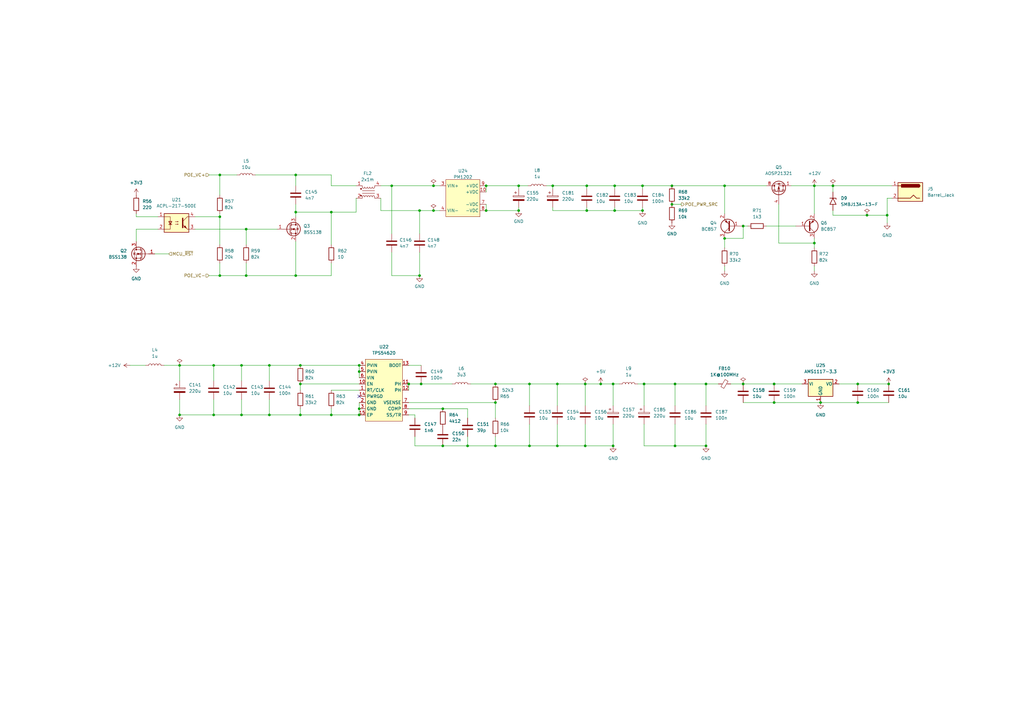
<source format=kicad_sch>
(kicad_sch (version 20211123) (generator eeschema)
  (paper "A3")
  (title_block (title "Kirdy") (date "2022-07-03") (rev "r0.1") (company "M-Labs") (comment 1 "Alex Wong Tat Hang"))
  (lib_symbols
    (symbol "Connector:Barrel_Jack" (pin_names (offset 1.016))
      (property "Reference" "J" (at 0 5.334 0))
      (property "Value" "Barrel_Jack" (at 0 -5.08 0))
      (symbol "Barrel_Jack_1_1"
        (pin passive line (at 7.62 2.54 180) (length 2.54) (name "~") (number "1"))
        (pin passive line (at 7.62 -2.54 180) (length 2.54) (name "~") (number "2"))
      )
    )
    (symbol "Device:C" (pin_numbers hide) (pin_names (offset 0.254))
      (property "Reference" "C" (at 0.635 2.54 0))
      (property "Value" "C" (at 0.635 -2.54 0))
      (symbol "C_1_1"
        (pin passive line (at 0 3.81 270) (length 2.794) (name "~") (number "1"))
        (pin passive line (at 0 -3.81 90) (length 2.794) (name "~") (number "2"))
      )
    )
    (symbol "Device:C_Polarized" (pin_numbers hide) (pin_names (offset 0.254))
      (property "Reference" "C" (at 0.635 2.54 0))
      (property "Value" "C_Polarized" (at 0.635 -2.54 0))
      (symbol "C_Polarized_1_1"
        (pin passive line (at 0 3.81 270) (length 2.794) (name "~") (number "1"))
        (pin passive line (at 0 -3.81 90) (length 2.794) (name "~") (number "2"))
      )
    )
    (symbol "Device:FerriteBead_Small" (pin_numbers hide) (pin_names (offset 0))
      (property "Reference" "FB" (at 1.905 1.27 0))
      (property "Value" "FerriteBead_Small" (at 1.905 -1.27 0))
      (symbol "FerriteBead_Small_1_1"
        (pin passive line (at 0 2.54 270) (length 1.27) (name "~") (number "1"))
        (pin passive line (at 0 -2.54 90) (length 1.27) (name "~") (number "2"))
      )
    )
    (symbol "Device:Filter_EMI_LL_1423" (pin_names hide)
      (property "Reference" "FL" (at 0 4.445 0))
      (property "Value" "Filter_EMI_LL_1423" (at 0 -4.445 0))
      (symbol "Filter_EMI_LL_1423_1_1"
        (pin passive line (at -5.08 -2.54 0) (length 2.54) (name "1") (number "1"))
        (pin passive line (at -5.08 2.54 0) (length 2.54) (name "2") (number "2"))
        (pin passive line (at 5.08 2.54 180) (length 2.54) (name "3") (number "3"))
        (pin passive line (at 5.08 -2.54 180) (length 2.54) (name "4") (number "4"))
      )
    )
    (symbol "Device:L" (pin_numbers hide) (pin_names (offset 1.016) hide)
      (property "Reference" "L" (at -1.27 0 90))
      (property "Value" "L" (at 1.905 0 90))
      (symbol "L_1_1"
        (pin passive line (at 0 3.81 270) (length 1.27) (name "1") (number "1"))
        (pin passive line (at 0 -3.81 90) (length 1.27) (name "2") (number "2"))
      )
    )
    (symbol "Device:R" (pin_numbers hide) (pin_names (offset 0))
      (property "Reference" "R" (at 2.032 0 90))
      (property "Value" "R" (at 0 0 90))
      (symbol "R_1_1"
        (pin passive line (at 0 3.81 270) (length 1.27) (name "~") (number "1"))
        (pin passive line (at 0 -3.81 90) (length 1.27) (name "~") (number "2"))
      )
    )
    (symbol "Diode:SM6T15A" (pin_numbers hide) (pin_names (offset 1.016) hide)
      (property "Reference" "D" (at 0 2.54 0))
      (property "Value" "SM6T15A" (at 0 -2.54 0))
      (symbol "SM6T15A_1_1"
        (pin passive line (at -3.81 0 0) (length 2.54) (name "A1") (number "1"))
        (pin passive line (at 3.81 0 180) (length 2.54) (name "A2") (number "2"))
      )
    )
    (symbol "Isolator:SFH617A-2X009T"
      (property "Reference" "U" (at -3.81 5.08 0))
      (property "Value" "SFH617A-2X009T" (at 0 -5.08 0))
      (symbol "SFH617A-2X009T_1_1"
        (pin passive line (at -7.62 2.54 0) (length 2.54) (name "~") (number "1"))
        (pin passive line (at -7.62 -2.54 0) (length 2.54) (name "~") (number "2"))
        (pin passive line (at 7.62 -2.54 180) (length 2.54) (name "~") (number "3"))
        (pin passive line (at 7.62 2.54 180) (length 2.54) (name "~") (number "4"))
      )
    )
    (symbol "Regulator_Linear:AMS1117-3.3" (pin_names (offset 0.254))
      (property "Reference" "U" (at -3.81 3.175 0))
      (property "Value" "AMS1117-3.3" (at 0 3.175 0))
      (symbol "AMS1117-3.3_1_1"
        (pin power_in line (at 0 -7.62 90) (length 2.54) (name "GND") (number "1"))
        (pin power_out line (at 7.62 0 180) (length 2.54) (name "VO") (number "2"))
        (pin power_in line (at -7.62 0 0) (length 2.54) (name "VI") (number "3"))
      )
    )
    (symbol "Transistor_BJT:BC857" (pin_names (offset 0) hide)
      (property "Reference" "Q" (at 5.08 1.905 0))
      (property "Value" "BC857" (at 5.08 0 0))
      (symbol "BC857_1_1"
        (pin input line (at -5.08 0 0) (length 5.715) (name "B") (number "1"))
        (pin passive line (at 2.54 -5.08 90) (length 2.54) (name "E") (number "2"))
        (pin passive line (at 2.54 5.08 270) (length 2.54) (name "C") (number "3"))
      )
    )
    (symbol "Transistor_FET:BSS138" (pin_names hide)
      (property "Reference" "Q" (at 5.08 1.905 0))
      (property "Value" "BSS138" (at 5.08 0 0))
      (symbol "BSS138_1_1"
        (pin input line (at -5.08 0 0) (length 2.54) (name "G") (number "1"))
        (pin passive line (at 2.54 -5.08 90) (length 2.54) (name "S") (number "2"))
        (pin passive line (at 2.54 5.08 270) (length 2.54) (name "D") (number "3"))
      )
    )
    (symbol "Transistor_FET:FDS9435A" (pin_names hide)
      (property "Reference" "Q" (at 5.08 1.905 0))
      (property "Value" "FDS9435A" (at 5.08 0 0))
      (symbol "FDS9435A_1_1"
        (pin passive line (at 2.54 -5.08 90) (length 2.54) (name "S") (number "1"))
        (pin passive line (at 2.54 -5.08 90) (length 2.54) hide (name "S") (number "2"))
        (pin passive line (at 2.54 -5.08 90) (length 2.54) hide (name "S") (number "3"))
        (pin passive line (at -5.08 0 0) (length 2.54) (name "G") (number "4"))
        (pin passive line (at 2.54 5.08 270) (length 2.54) hide (name "D") (number "5"))
        (pin passive line (at 2.54 5.08 270) (length 2.54) hide (name "D") (number "6"))
        (pin passive line (at 2.54 5.08 270) (length 2.54) hide (name "D") (number "7"))
        (pin passive line (at 2.54 5.08 270) (length 2.54) (name "D") (number "8"))
      )
    )
    (symbol "kirdy:PM1202"
      (property "Reference" "U" (at 6.35 -6.35 0))
      (property "Value" "PM1202" (at -2.54 -6.35 0))
      (symbol "PM1202_0_0"
        (pin no_connect line (at -2.54 6.35 90) (length 2.54) hide (name "NC") (number "1"))
        (pin power_out line (at 10.16 5.08 180) (length 2.54) (name "+VDC") (number "10"))
        (pin no_connect line (at -0.635 5.715 90) (length 2.54) hide (name "NC") (number "2"))
        (pin power_in line (at -8.89 7.62 0) (length 2.54) (name "VIN+") (number "3"))
        (pin power_in line (at -8.89 -2.54 0) (length 2.54) (name "VIN-") (number "4"))
        (pin no_connect line (at 0.635 5.715 90) (length 2.54) hide (name "NC") (number "5"))
        (pin no_connect line (at 1.905 5.715 90) (length 2.54) hide (name "NC") (number "6"))
        (pin passive line (at 10.16 0 180) (length 2.54) (name "-VDC") (number "7"))
        (pin power_out line (at 10.16 -2.54 180) (length 2.54) (name "-VDC") (number "8"))
        (pin input line (at 10.16 7.62 180) (length 2.54) (name "+VDC") (number "9"))
      )
    )
    (symbol "kirdy:TPS54620"
      (property "Reference" "U" (at 0 -17.78 0))
      (property "Value" "TPS54620" (at 0 -15.24 0))
      (symbol "TPS54620_0_0"
        (pin input line (at -10.16 0 0) (length 2.54) (name "RT/CLK") (number "1"))
        (pin input line (at -10.16 2.54 0) (length 2.54) (name "EN") (number "10"))
        (pin power_out line (at 10.16 2.54 180) (length 2.54) (name "PH") (number "11"))
        (pin passive line (at 10.16 0 180) (length 2.54) (name "PH") (number "12"))
        (pin input line (at 10.16 10.16 180) (length 2.54) (name "BOOT") (number "13"))
        (pin output line (at -10.16 -2.54 0) (length 2.54) (name "PWRGD") (number "14"))
        (pin power_in line (at -10.16 -10.16 0) (length 2.54) (name "EP") (number "15"))
        (pin power_in line (at -10.16 -5.08 0) (length 2.54) (name "GND") (number "2"))
        (pin power_in line (at -10.16 -7.62 0) (length 2.54) (name "GND") (number "3"))
        (pin power_in line (at -10.16 10.16 0) (length 2.54) (name "PVIN") (number "4"))
        (pin power_in line (at -10.16 7.62 0) (length 2.54) (name "PVIN") (number "5"))
        (pin power_in line (at -10.16 5.08 0) (length 2.54) (name "VIN") (number "6"))
        (pin input line (at 10.16 -5.08 180) (length 2.54) (name "VSENSE") (number "7"))
        (pin output line (at 10.16 -7.62 180) (length 2.54) (name "COMP") (number "8"))
        (pin output line (at 10.16 -10.16 180) (length 2.54) (name "SS/TR") (number "9"))
      )
    )
    (symbol "power:+12V" (power) (pin_names (offset 0))
      (property "Value" "+12V" (at 0 3.556 0))
      (symbol "+12V_1_1"
        (pin power_in line (at 0 0 90) (length 0) hide (name "+12V") (number "1"))
      )
    )
    (symbol "power:+3V3" (power) (pin_names (offset 0))
      (property "Value" "+3V3" (at 0 3.556 0))
      (symbol "+3V3_1_1"
        (pin power_in line (at 0 0 90) (length 0) hide (name "+3V3") (number "1"))
      )
    )
    (symbol "power:+5V" (power) (pin_names (offset 0))
      (property "Value" "+5V" (at 0 3.556 0))
      (symbol "+5V_1_1"
        (pin power_in line (at 0 0 90) (length 0) hide (name "+5V") (number "1"))
      )
    )
    (symbol "power:GND" (power) (pin_names (offset 0))
      (property "Value" "GND" (at 0 -3.81 0))
      (symbol "GND_1_1"
        (pin power_in line (at 0 0 270) (length 0) hide (name "GND") (number "1"))
      )
    )
    (symbol "power:PWR_FLAG" (power) (pin_numbers hide) (pin_names (offset 0) hide)
      (property "Value" "PWR_FLAG" (at 0 3.81 0))
      (symbol "PWR_FLAG_0_0"
        (pin power_out line (at 0 0 90) (length 0) (name "pwr") (number "1"))
      )
    )
  )
  (junction (at 240.665 76.2))
  (junction (at 87.63 149.86))
  (junction (at 212.725 86.36))
  (junction (at 199.39 86.36))
  (junction (at 364.49 157.48))
  (junction (at 252.095 86.36))
  (junction (at 276.86 157.48))
  (junction (at 334.01 99.695))
  (junction (at 181.61 182.88))
  (junction (at 147.32 167.64))
  (junction (at 100.965 93.98))
  (junction (at 251.46 182.88))
  (junction (at 181.61 167.64))
  (junction (at 246.38 157.48))
  (junction (at 121.285 86.995))
  (junction (at 317.5 165.1))
  (junction (at 228.6 157.48))
  (junction (at 203.2 157.48))
  (junction (at 90.17 113.03))
  (junction (at 135.89 86.995))
  (junction (at 304.8 92.71))
  (junction (at 251.46 157.48))
  (junction (at 110.49 170.18))
  (junction (at 167.64 157.48))
  (junction (at 172.085 113.03))
  (junction (at 135.89 170.18))
  (junction (at 73.66 170.18))
  (junction (at 275.59 83.82))
  (junction (at 212.725 76.2))
  (junction (at 177.8 86.36))
  (junction (at 363.855 88.265))
  (junction (at 90.17 88.9))
  (junction (at 240.03 182.88))
  (junction (at 263.525 86.36))
  (junction (at 147.32 149.86))
  (junction (at 203.2 182.88))
  (junction (at 336.55 165.1))
  (junction (at 121.285 113.03))
  (junction (at 240.03 157.48))
  (junction (at 110.49 149.86))
  (junction (at 351.79 165.1))
  (junction (at 160.655 76.2))
  (junction (at 252.095 76.2))
  (junction (at 121.285 71.755))
  (junction (at 123.19 170.18))
  (junction (at 317.5 157.48))
  (junction (at 289.56 157.48))
  (junction (at 351.79 157.48))
  (junction (at 203.2 165.1))
  (junction (at 263.525 76.2))
  (junction (at 240.665 86.36))
  (junction (at 217.17 182.88))
  (junction (at 297.18 76.2))
  (junction (at 226.695 76.2))
  (junction (at 177.8 76.2))
  (junction (at 304.8 157.48))
  (junction (at 217.17 157.48))
  (junction (at 87.63 170.18))
  (junction (at 123.19 149.86))
  (junction (at 73.66 149.86))
  (junction (at 199.39 76.2))
  (junction (at 341.63 76.2))
  (junction (at 90.17 71.755))
  (junction (at 99.06 170.18))
  (junction (at 289.56 182.88))
  (junction (at 100.965 113.03))
  (junction (at 297.18 97.79))
  (junction (at 147.32 152.4))
  (junction (at 228.6 182.88))
  (junction (at 355.6 88.265))
  (junction (at 275.59 76.2))
  (junction (at 191.77 182.88))
  (junction (at 99.06 149.86))
  (junction (at 172.085 86.36))
  (junction (at 334.01 76.2))
  (junction (at 123.19 157.48))
  (junction (at 276.86 182.88))
  (junction (at 147.32 170.18))
  (junction (at 172.72 157.48))
  (junction (at 264.16 157.48))
  (no_connect (at 147.32 162.56))
  (wire (pts (xy 224.155 76.2) (xy 226.695 76.2)))
  (wire (pts (xy 104.775 71.755) (xy 121.285 71.755)))
  (wire (pts (xy 121.285 86.995) (xy 121.285 88.9)))
  (wire (pts (xy 135.89 167.64) (xy 135.89 170.18)))
  (wire (pts (xy 146.05 76.2) (xy 135.89 76.2)))
  (wire (pts (xy 263.525 77.47) (xy 263.525 76.2)))
  (wire (pts (xy 240.665 76.2) (xy 252.095 76.2)))
  (wire (pts (xy 87.63 149.86) (xy 99.06 149.86)))
  (wire (pts (xy 147.32 165.1) (xy 147.32 167.64)))
  (wire (pts (xy 80.01 93.98) (xy 100.965 93.98)))
  (wire (pts (xy 199.39 86.36) (xy 212.725 86.36)))
  (wire (pts (xy 110.49 149.86) (xy 123.19 149.86)))
  (wire (pts (xy 63.5 104.14) (xy 69.215 104.14)))
  (wire (pts (xy 160.655 113.03) (xy 172.085 113.03)))
  (wire (pts (xy 135.89 86.995) (xy 135.89 100.33)))
  (wire (pts (xy 99.06 163.83) (xy 99.06 170.18)))
  (wire (pts (xy 264.16 157.48) (xy 276.86 157.48)))
  (wire (pts (xy 146.05 81.28) (xy 146.05 86.995)))
  (wire (pts (xy 199.39 83.82) (xy 199.39 86.36)))
  (wire (pts (xy 172.085 103.505) (xy 172.085 113.03)))
  (wire (pts (xy 135.89 160.02) (xy 147.32 160.02)))
  (wire (pts (xy 228.6 182.88) (xy 240.03 182.88)))
  (wire (pts (xy 341.63 76.2) (xy 365.76 76.2)))
  (wire (pts (xy 99.06 170.18) (xy 110.49 170.18)))
  (wire (pts (xy 110.49 170.18) (xy 123.19 170.18)))
  (wire (pts (xy 156.21 86.36) (xy 172.085 86.36)))
  (wire (pts (xy 304.8 165.1) (xy 317.5 165.1)))
  (wire (pts (xy 170.18 179.07) (xy 170.18 182.88)))
  (wire (pts (xy 203.2 182.88) (xy 203.2 179.07)))
  (wire (pts (xy 181.61 167.64) (xy 191.77 167.64)))
  (wire (pts (xy 217.17 157.48) (xy 217.17 166.37)))
  (wire (pts (xy 53.34 149.86) (xy 59.69 149.86)))
  (wire (pts (xy 324.485 76.2) (xy 334.01 76.2)))
  (wire (pts (xy 177.8 76.2) (xy 180.34 76.2)))
  (wire (pts (xy 252.095 77.47) (xy 252.095 76.2)))
  (wire (pts (xy 147.32 149.86) (xy 147.32 152.4)))
  (wire (pts (xy 85.725 113.03) (xy 90.17 113.03)))
  (wire (pts (xy 80.01 88.9) (xy 90.17 88.9)))
  (wire (pts (xy 167.64 149.86) (xy 172.72 149.86)))
  (wire (pts (xy 123.19 157.48) (xy 123.19 160.02)))
  (wire (pts (xy 100.965 113.03) (xy 100.965 107.95)))
  (wire (pts (xy 123.19 167.64) (xy 123.19 170.18)))
  (wire (pts (xy 73.66 163.83) (xy 73.66 170.18)))
  (wire (pts (xy 240.03 157.48) (xy 240.03 166.37)))
  (wire (pts (xy 251.46 182.88) (xy 251.46 173.99)))
  (wire (pts (xy 121.285 86.995) (xy 135.89 86.995)))
  (wire (pts (xy 317.5 157.48) (xy 328.93 157.48)))
  (wire (pts (xy 276.86 157.48) (xy 289.56 157.48)))
  (wire (pts (xy 99.06 149.86) (xy 110.49 149.86)))
  (wire (pts (xy 177.8 86.36) (xy 180.34 86.36)))
  (wire (pts (xy 135.89 71.755) (xy 121.285 71.755)))
  (wire (pts (xy 167.64 165.1) (xy 203.2 165.1)))
  (wire (pts (xy 90.17 80.01) (xy 90.17 71.755)))
  (wire (pts (xy 289.56 173.99) (xy 289.56 182.88)))
  (wire (pts (xy 251.46 157.48) (xy 251.46 166.37)))
  (wire (pts (xy 334.01 76.2) (xy 334.01 87.63)))
  (wire (pts (xy 123.19 157.48) (xy 147.32 157.48)))
  (wire (pts (xy 135.89 113.03) (xy 121.285 113.03)))
  (wire (pts (xy 363.855 81.28) (xy 365.76 81.28)))
  (wire (pts (xy 341.63 86.36) (xy 341.63 88.265)))
  (wire (pts (xy 87.63 170.18) (xy 99.06 170.18)))
  (wire (pts (xy 135.89 170.18) (xy 147.32 170.18)))
  (wire (pts (xy 90.17 113.03) (xy 100.965 113.03)))
  (wire (pts (xy 351.79 157.48) (xy 364.49 157.48)))
  (wire (pts (xy 135.89 107.95) (xy 135.89 113.03)))
  (wire (pts (xy 212.725 76.2) (xy 212.725 77.47)))
  (wire (pts (xy 123.19 149.86) (xy 147.32 149.86)))
  (wire (pts (xy 276.86 166.37) (xy 276.86 157.48)))
  (wire (pts (xy 263.525 76.2) (xy 275.59 76.2)))
  (wire (pts (xy 156.21 81.28) (xy 156.21 86.36)))
  (wire (pts (xy 276.86 182.88) (xy 289.56 182.88)))
  (wire (pts (xy 55.88 93.98) (xy 64.77 93.98)))
  (wire (pts (xy 73.66 156.21) (xy 73.66 149.86)))
  (wire (pts (xy 121.285 113.03) (xy 100.965 113.03)))
  (wire (pts (xy 217.17 157.48) (xy 228.6 157.48)))
  (wire (pts (xy 90.17 87.63) (xy 90.17 88.9)))
  (wire (pts (xy 90.17 71.755) (xy 97.155 71.755)))
  (wire (pts (xy 172.085 86.36) (xy 172.085 95.885)))
  (wire (pts (xy 226.695 76.2) (xy 240.665 76.2)))
  (wire (pts (xy 55.88 99.06) (xy 55.88 93.98)))
  (wire (pts (xy 263.525 85.09) (xy 263.525 86.36)))
  (wire (pts (xy 203.2 157.48) (xy 217.17 157.48)))
  (wire (pts (xy 344.17 157.48) (xy 351.79 157.48)))
  (wire (pts (xy 123.19 170.18) (xy 135.89 170.18)))
  (wire (pts (xy 170.18 182.88) (xy 181.61 182.88)))
  (wire (pts (xy 334.01 76.2) (xy 341.63 76.2)))
  (wire (pts (xy 341.63 76.2) (xy 341.63 78.74)))
  (wire (pts (xy 191.77 182.88) (xy 203.2 182.88)))
  (wire (pts (xy 172.72 157.48) (xy 185.42 157.48)))
  (wire (pts (xy 261.62 157.48) (xy 264.16 157.48)))
  (wire (pts (xy 121.285 71.755) (xy 121.285 76.2)))
  (wire (pts (xy 90.17 88.9) (xy 90.17 100.33)))
  (wire (pts (xy 110.49 163.83) (xy 110.49 170.18)))
  (wire (pts (xy 304.8 92.71) (xy 306.705 92.71)))
  (wire (pts (xy 216.535 76.2) (xy 212.725 76.2)))
  (wire (pts (xy 100.965 93.98) (xy 113.665 93.98)))
  (wire (pts (xy 55.88 87.63) (xy 55.88 88.9)))
  (wire (pts (xy 203.2 182.88) (xy 217.17 182.88)))
  (wire (pts (xy 254 157.48) (xy 251.46 157.48)))
  (wire (pts (xy 341.63 88.265) (xy 355.6 88.265)))
  (wire (pts (xy 297.18 97.79) (xy 297.18 101.6)))
  (wire (pts (xy 297.18 76.2) (xy 297.18 87.63)))
  (wire (pts (xy 100.965 93.98) (xy 100.965 100.33)))
  (wire (pts (xy 228.6 157.48) (xy 240.03 157.48)))
  (wire (pts (xy 264.16 182.88) (xy 264.16 173.99)))
  (wire (pts (xy 90.17 107.95) (xy 90.17 113.03)))
  (wire (pts (xy 252.095 85.09) (xy 252.095 86.36)))
  (wire (pts (xy 73.66 149.86) (xy 87.63 149.86)))
  (wire (pts (xy 319.405 83.82) (xy 319.405 99.695)))
  (wire (pts (xy 212.725 86.36) (xy 212.725 85.09)))
  (wire (pts (xy 160.655 103.505) (xy 160.655 113.03)))
  (wire (pts (xy 147.32 167.64) (xy 147.32 170.18)))
  (wire (pts (xy 299.72 157.48) (xy 304.8 157.48)))
  (wire (pts (xy 363.855 88.265) (xy 363.855 81.28)))
  (wire (pts (xy 252.095 76.2) (xy 263.525 76.2)))
  (wire (pts (xy 334.01 109.22) (xy 334.01 111.125)))
  (wire (pts (xy 297.18 109.22) (xy 297.18 111.125)))
  (wire (pts (xy 87.63 149.86) (xy 87.63 156.21)))
  (wire (pts (xy 199.39 76.2) (xy 199.39 78.74)))
  (wire (pts (xy 317.5 165.1) (xy 336.55 165.1)))
  (wire (pts (xy 203.2 171.45) (xy 203.2 165.1)))
  (wire (pts (xy 167.64 157.48) (xy 172.72 157.48)))
  (wire (pts (xy 147.32 152.4) (xy 147.32 154.94)))
  (wire (pts (xy 121.285 99.06) (xy 121.285 113.03)))
  (wire (pts (xy 170.18 170.18) (xy 170.18 171.45)))
  (wire (pts (xy 193.04 157.48) (xy 203.2 157.48)))
  (wire (pts (xy 297.18 97.79) (xy 304.8 97.79)))
  (wire (pts (xy 146.05 86.995) (xy 135.89 86.995)))
  (wire (pts (xy 252.095 86.36) (xy 263.525 86.36)))
  (wire (pts (xy 355.6 88.265) (xy 363.855 88.265)))
  (wire (pts (xy 275.59 83.82) (xy 279.4 83.82)))
  (wire (pts (xy 172.085 86.36) (xy 177.8 86.36)))
  (wire (pts (xy 226.695 77.47) (xy 226.695 76.2)))
  (wire (pts (xy 228.6 157.48) (xy 228.6 166.37)))
  (wire (pts (xy 264.16 182.88) (xy 276.86 182.88)))
  (wire (pts (xy 87.63 163.83) (xy 87.63 170.18)))
  (wire (pts (xy 191.77 182.88) (xy 191.77 179.07)))
  (wire (pts (xy 304.8 97.79) (xy 304.8 92.71)))
  (wire (pts (xy 240.03 173.99) (xy 240.03 182.88)))
  (wire (pts (xy 121.285 83.82) (xy 121.285 86.995)))
  (wire (pts (xy 217.17 173.99) (xy 217.17 182.88)))
  (wire (pts (xy 167.64 170.18) (xy 170.18 170.18)))
  (wire (pts (xy 240.665 77.47) (xy 240.665 76.2)))
  (wire (pts (xy 199.39 76.2) (xy 212.725 76.2)))
  (wire (pts (xy 246.38 157.48) (xy 251.46 157.48)))
  (wire (pts (xy 181.61 182.88) (xy 191.77 182.88)))
  (wire (pts (xy 226.695 86.36) (xy 240.665 86.36)))
  (wire (pts (xy 240.665 86.36) (xy 252.095 86.36)))
  (wire (pts (xy 73.66 170.18) (xy 87.63 170.18)))
  (wire (pts (xy 135.89 76.2) (xy 135.89 71.755)))
  (wire (pts (xy 240.665 85.09) (xy 240.665 86.36)))
  (wire (pts (xy 276.86 173.99) (xy 276.86 182.88)))
  (wire (pts (xy 67.31 149.86) (xy 73.66 149.86)))
  (wire (pts (xy 297.18 76.2) (xy 314.325 76.2)))
  (wire (pts (xy 228.6 173.99) (xy 228.6 182.88)))
  (wire (pts (xy 110.49 149.86) (xy 110.49 156.21)))
  (wire (pts (xy 264.16 166.37) (xy 264.16 157.48)))
  (wire (pts (xy 191.77 167.64) (xy 191.77 171.45)))
  (wire (pts (xy 240.03 182.88) (xy 251.46 182.88)))
  (wire (pts (xy 160.655 76.2) (xy 177.8 76.2)))
  (wire (pts (xy 334.01 99.695) (xy 334.01 101.6)))
  (wire (pts (xy 319.405 99.695) (xy 334.01 99.695)))
  (wire (pts (xy 226.695 86.36) (xy 226.695 85.09)))
  (wire (pts (xy 351.79 165.1) (xy 364.49 165.1)))
  (wire (pts (xy 167.64 167.64) (xy 181.61 167.64)))
  (wire (pts (xy 304.8 157.48) (xy 317.5 157.48)))
  (wire (pts (xy 314.325 92.71) (xy 326.39 92.71)))
  (wire (pts (xy 99.06 156.21) (xy 99.06 149.86)))
  (wire (pts (xy 289.56 157.48) (xy 294.64 157.48)))
  (wire (pts (xy 167.64 157.48) (xy 167.64 160.02)))
  (wire (pts (xy 85.725 71.755) (xy 90.17 71.755)))
  (wire (pts (xy 156.21 76.2) (xy 160.655 76.2)))
  (wire (pts (xy 55.88 88.9) (xy 64.77 88.9)))
  (wire (pts (xy 160.655 76.2) (xy 160.655 95.885)))
  (wire (pts (xy 334.01 97.79) (xy 334.01 99.695)))
  (wire (pts (xy 240.03 157.48) (xy 246.38 157.48)))
  (wire (pts (xy 217.17 182.88) (xy 228.6 182.88)))
  (wire (pts (xy 363.855 91.44) (xy 363.855 88.265)))
  (wire (pts (xy 275.59 76.2) (xy 297.18 76.2)))
  (wire (pts (xy 289.56 166.37) (xy 289.56 157.48)))
  (wire (pts (xy 336.55 165.1) (xy 351.79 165.1)))
  (hierarchical_label "POE_PWR_SRC" (shape output) (at 279.4 83.82 0))
  (hierarchical_label "POE_VC+" (shape input) (at 85.725 71.755 180))
  (hierarchical_label "POE_VC-" (shape input) (at 85.725 113.03 180))
  (hierarchical_label "MCU_~{RST}" (shape input) (at 69.215 104.14 0))
  (symbol (lib_id "Device:L") (at 189.23 157.48 90) (unit 1)
    (property "Reference" "L6" (at 189.23 151.13 90))
    (property "Value" "3u3" (at 189.23 153.67 90))
    (property "Footprint" "Inductor_SMD:L_Wuerth_MAPI-4020" (effects hide))
    (property "MFR_PN" "74438356033" (effects hide))
  )
  (symbol (lib_id "Device:C") (at 276.86 170.18 0) (unit 1)
    (property "Reference" "C186" (at 280.67 168.9099 0) (effects (justify left)))
    (property "Value" "10u" (at 280.67 171.4499 0) (effects (justify left)))
    (property "Footprint" "Capacitor_SMD:C_0805_2012Metric" (effects hide))
    (property "MFR_PN" "CL21B106KOQNNNG" (effects hide))
    (property "MFR_PN_ALT" "CL21B106KOQNNNE" (effects hide))
  )
  (symbol (lib_id "Device:C") (at 263.525 81.28 0) (unit 1)
    (property "Reference" "C184" (at 267.335 80.0099 0) (effects (justify left)))
    (property "Value" "100n" (at 267.335 82.5499 0) (effects (justify left)))
    (property "Footprint" "Capacitor_SMD:C_0603_1608Metric" (effects hide))
    (property "MFR_PN" "CL10B104KB8NNWC" (effects hide))
    (property "MFR_PN_ALT" "CL10B104KB8NNNL" (effects hide))
  )
  (symbol (lib_id "Transistor_FET:BSS138") (at 118.745 93.98 0) (unit 1)
    (property "Reference" "Q3" (at 124.46 92.7099 0) (effects (justify left)))
    (property "Value" "BSS138" (at 124.46 95.2499 0) (effects (justify left)))
    (property "Footprint" "Package_TO_SOT_SMD:SOT-23" (effects hide))
    (property "Datasheet" "https://www.onsemi.com/pub/Collateral/BSS138-D.PDF" (effects hide))
    (property "MFR_PN" "BSS138W-TP" (effects hide))
    (property "MFR_PN_ALT" "BSS138W-7-F" (effects hide))
  )
  (symbol (lib_id "Device:R") (at 90.17 104.14 0) (unit 1)
    (property "Reference" "R58" (at 92.075 102.8699 0) (effects (justify left)))
    (property "Value" "20k" (at 92.075 105.4099 0) (effects (justify left)))
    (property "Footprint" "Resistor_SMD:R_0603_1608Metric" (effects hide))
    (property "MFR_PN" "RMCF0603FT20K0" (effects hide))
    (property "MFR_PN_ALT" "RC0603FR-0720KL" (effects hide))
  )
  (symbol (lib_id "Device:L") (at 100.965 71.755 90) (unit 1)
    (property "Reference" "L5" (at 100.965 66.04 90))
    (property "Value" "10u" (at 100.965 68.58 90))
    (property "Footprint" "Inductor_SMD:L_Wuerth_WE-PD-Typ-LS" (effects hide))
    (property "MFR_PN" "74477110" (effects hide))
  )
  (symbol (lib_id "Device:C") (at 170.18 175.26 0) (unit 1)
    (property "Reference" "C147" (at 173.99 173.9899 0) (effects (justify left)))
    (property "Value" "1n6" (at 173.99 176.5299 0) (effects (justify left)))
    (property "Footprint" "Capacitor_SMD:C_0603_1608Metric" (effects hide))
    (property "MFR_PN" "GCM1885C1H162FA16D" (effects hide))
    (property "MFR_PN_ALT" "C0603C162J5GAC7867" (effects hide))
  )
  (symbol (lib_id "Device:C") (at 252.095 81.28 0) (unit 1)
    (property "Reference" "C183" (at 255.905 80.0099 0) (effects (justify left)))
    (property "Value" "10u" (at 255.905 82.5499 0) (effects (justify left)))
    (property "Footprint" "Capacitor_SMD:C_0805_2012Metric" (effects hide))
    (property "MFR_PN" "CL21B106KOQNNNG" (effects hide))
    (property "MFR_PN_ALT" "CL21B106KOQNNNE" (effects hide))
  )
  (symbol (lib_id "Device:C_Polarized") (at 264.16 170.18 0) (unit 1)
    (property "Reference" "C185" (at 267.97 168.0209 0) (effects (justify left)))
    (property "Value" "220u" (at 267.97 170.5609 0) (effects (justify left)))
    (property "Footprint" "Capacitor_Tantalum_SMD:CP_EIA-7343-15_Kemet-W" (effects hide))
    (property "MFR_PN" "T491D227K016AT" (effects hide))
    (property "MFR_PN_ALT" "293D227X9016E2TE3" (effects hide))
  )
  (symbol (lib_id "Isolator:SFH617A-2X009T") (at 72.39 91.44 0) (unit 1)
    (property "Reference" "U21" (at 72.39 81.915 0))
    (property "Value" "ACPL-217-500E" (at 72.39 84.455 0))
    (property "Footprint" "Package_DIP:SMDIP-4_W7.62mm" (effects hide))
    (property "Datasheet" "http://www.vishay.com/docs/83740/sfh617a.pdf" (effects hide))
    (property "MFR_PN" "EL3H7(C)(TA)-VG" (effects hide))
  )
  (symbol (lib_id "Device:C") (at 121.285 80.01 0) (unit 1)
    (property "Reference" "C145" (at 125.095 78.7399 0) (effects (justify left)))
    (property "Value" "4n7" (at 125.095 81.2799 0) (effects (justify left)))
    (property "Footprint" "Capacitor_SMD:C_1206_3216Metric" (effects hide))
    (property "MFR_PN" "12067C472KAT2A" (effects hide))
    (property "MFR_PN_ALT" "1206B472K501NT" (effects hide))
  )
  (symbol (lib_id "Device:C") (at 240.03 170.18 0) (unit 1)
    (property "Reference" "C156" (at 243.84 168.9099 0) (effects (justify left)))
    (property "Value" "10u" (at 243.84 171.4499 0) (effects (justify left)))
    (property "Footprint" "Capacitor_SMD:C_0805_2012Metric" (effects hide))
    (property "MFR_PN" "CL21B106KOQNNNG" (effects hide))
    (property "MFR_PN_ALT" "CL21B106KOQNNNE" (effects hide))
  )
  (symbol (lib_id "Device:R") (at 100.965 104.14 0) (unit 1)
    (property "Reference" "R59" (at 102.87 102.8699 0) (effects (justify left)))
    (property "Value" "82k" (at 102.87 105.4099 0) (effects (justify left)))
    (property "Footprint" "Resistor_SMD:R_0603_1608Metric" (effects hide))
    (property "MFR_PN" "CRGCQ0603F82K" (effects hide))
    (property "MFR_PN_ALT" "RMCF0603FT82K0" (effects hide))
  )
  (symbol (lib_id "power:GND") (at 172.085 113.03 0) (unit 1)
    (property "Reference" "#PWR0129" (effects hide))
    (property "Value" "GND" (at 172.085 117.475 0))
  )
  (symbol (lib_id "Device:C") (at 160.655 99.695 0) (unit 1)
    (property "Reference" "C146" (at 163.83 98.4249 0) (effects (justify left)))
    (property "Value" "4n7" (at 163.83 100.9649 0) (effects (justify left)))
    (property "Footprint" "Capacitor_SMD:C_1206_3216Metric" (effects hide))
    (property "MFR_PN" "12067C472KAT2A" (effects hide))
    (property "MFR_PN_ALT" "1206B472K501NT" (effects hide))
  )
  (symbol (lib_id "power:GND") (at 363.855 91.44 0) (unit 1)
    (property "Reference" "#PWR0140" (effects hide))
    (property "Value" "GND" (at 363.855 96.52 0))
  )
  (symbol (lib_id "Device:C_Polarized") (at 226.695 81.28 0) (unit 1)
    (property "Reference" "C181" (at 230.505 79.1209 0) (effects (justify left)))
    (property "Value" "220u" (at 230.505 81.6609 0) (effects (justify left)))
    (property "Footprint" "Capacitor_Tantalum_SMD:CP_EIA-7343-15_Kemet-W" (effects hide))
    (property "MFR_PN" "T491D227K016AT" (effects hide))
    (property "MFR_PN_ALT" "293D227X9016E2TE3" (effects hide))
  )
  (symbol (lib_id "power:GND") (at 334.01 111.125 0) (unit 1)
    (property "Reference" "#PWR0137" (effects hide))
    (property "Value" "GND" (at 334.01 116.205 0))
  )
  (symbol (lib_id "Device:R") (at 181.61 171.45 0) (unit 1)
    (property "Reference" "R64" (at 184.15 170.1799 0) (effects (justify left)))
    (property "Value" "4k12" (at 184.15 172.7199 0) (effects (justify left)))
    (property "Footprint" "Resistor_SMD:R_0603_1608Metric" (effects hide))
    (property "MFR_PN" "RMCF0603FT4K12" (effects hide))
    (property "MFR_PN_ALT" "RC0603FR-074K12L" (effects hide))
  )
  (symbol (lib_id "Device:C") (at 304.8 161.29 0) (unit 1)
    (property "Reference" "C158" (at 308.61 160.0199 0) (effects (justify left)))
    (property "Value" "10u" (at 308.61 162.5599 0) (effects (justify left)))
    (property "Footprint" "Capacitor_SMD:C_0805_2012Metric" (effects hide))
    (property "MFR_PN" "CL21B106KOQNNNG" (effects hide))
    (property "MFR_PN_ALT" "CL21B106KOQNNNE" (effects hide))
  )
  (symbol (lib_id "Device:C") (at 351.79 161.29 0) (unit 1)
    (property "Reference" "C160" (at 355.6 160.0199 0) (effects (justify left)))
    (property "Value" "100n" (at 355.6 162.5599 0) (effects (justify left)))
    (property "Footprint" "Capacitor_SMD:C_0603_1608Metric" (effects hide))
    (property "MFR_PN" "CL10B104KB8NNWC" (effects hide))
    (property "MFR_PN_ALT" "CL10B104KB8NNNL" (effects hide))
  )
  (symbol (lib_id "power:+12V") (at 334.01 76.2 0) (unit 1)
    (property "Reference" "#PWR0136" (effects hide))
    (property "Value" "+12V" (at 334.01 71.12 0))
  )
  (symbol (lib_id "power:PWR_FLAG") (at 304.8 157.48 0) (unit 1)
    (property "Reference" "#FLG0111" (effects hide))
    (property "Value" "PWR_FLAG" (effects hide))
  )
  (symbol (lib_id "power:GND") (at 297.18 111.125 0) (unit 1)
    (property "Reference" "#PWR0135" (effects hide))
    (property "Value" "GND" (at 297.18 116.205 0))
  )
  (symbol (lib_id "Device:C") (at 87.63 160.02 0) (unit 1)
    (property "Reference" "C142" (at 91.44 158.7499 0) (effects (justify left)))
    (property "Value" "10u" (at 91.44 161.2899 0) (effects (justify left)))
    (property "Footprint" "Capacitor_SMD:C_0805_2012Metric" (effects hide))
    (property "MFR_PN" "CL21B106KOQNNNG" (effects hide))
    (property "MFR_PN_ALT" "CL21B106KOQNNNE" (effects hide))
  )
  (symbol (lib_id "Device:R") (at 123.19 153.67 0) (unit 1)
    (property "Reference" "R60" (at 125.095 152.3999 0) (effects (justify left)))
    (property "Value" "82k" (at 125.095 154.9399 0) (effects (justify left)))
    (property "Footprint" "Resistor_SMD:R_0603_1608Metric" (effects hide))
    (property "MFR_PN" "CRGCQ0603F82K" (effects hide))
    (property "MFR_PN_ALT" "RMCF0603FT82K0" (effects hide))
  )
  (symbol (lib_id "Device:C_Polarized") (at 251.46 170.18 0) (unit 1)
    (property "Reference" "C157" (at 255.27 168.0209 0) (effects (justify left)))
    (property "Value" "220u" (at 255.27 170.5609 0) (effects (justify left)))
    (property "Footprint" "Capacitor_Tantalum_SMD:CP_EIA-7343-15_Kemet-W" (effects hide))
    (property "MFR_PN" "T491D227K016AT" (effects hide))
    (property "MFR_PN_ALT" "293D227X9016E2TE3" (effects hide))
  )
  (symbol (lib_id "kirdy:PM1202") (at 189.23 83.82 0) (unit 1)
    (property "Reference" "U24" (at 189.865 70.0872 0))
    (property "Value" "PM1202" (at 189.865 72.6241 0))
    (property "Footprint" "kirdy:PM1202" (effects hide))
  )
  (symbol (lib_id "Device:C") (at 172.72 153.67 0) (unit 1)
    (property "Reference" "C149" (at 176.53 152.3999 0) (effects (justify left)))
    (property "Value" "100n" (at 176.53 154.9399 0) (effects (justify left)))
    (property "Footprint" "Capacitor_SMD:C_0603_1608Metric" (effects hide))
    (property "MFR_PN" "CL10B104KB8NNWC" (effects hide))
    (property "MFR_PN_ALT" "CL10B104KB8NNNL" (effects hide))
  )
  (symbol (lib_id "Diode:SM6T15A") (at 341.63 82.55 270) (unit 1)
    (property "Reference" "D9" (at 344.805 81.2799 90) (effects (justify left)))
    (property "Value" "SMBJ13A-13-F" (at 344.805 83.8199 90) (effects (justify left)))
    (property "Footprint" "Diode_SMD:D_SMB" (effects hide))
    (property "Datasheet" "https://www.st.com/resource/en/datasheet/sm6t.pdf" (effects hide))
    (property "MFR_PN" "SMBJ13A-13-F" (effects hide))
    (property "MFR_PN_ALT" "P6SMB16A" (effects hide))
  )
  (symbol (lib_id "Device:C") (at 228.6 170.18 0) (unit 1)
    (property "Reference" "C154" (at 232.41 168.9099 0) (effects (justify left)))
    (property "Value" "10u" (at 232.41 171.4499 0) (effects (justify left)))
    (property "Footprint" "Capacitor_SMD:C_0805_2012Metric" (effects hide))
    (property "MFR_PN" "CL21B106KOQNNNG" (effects hide))
    (property "MFR_PN_ALT" "CL21B106KOQNNNE" (effects hide))
  )
  (symbol (lib_id "Device:R") (at 203.2 161.29 180) (unit 1)
    (property "Reference" "R65" (at 207.01 162.56 0))
    (property "Value" "52k3" (at 208.28 160.02 0))
    (property "Footprint" "Resistor_SMD:R_0603_1608Metric" (effects hide))
    (property "MFR_PN" "CR0603-FX-5232ELF" (effects hide))
    (property "MFR_PN_ALT" "ERJ-3EKF5232V" (effects hide))
  )
  (symbol (lib_id "Device:C") (at 191.77 175.26 0) (unit 1)
    (property "Reference" "C151" (at 195.58 173.9899 0) (effects (justify left)))
    (property "Value" "39p" (at 195.58 176.5299 0) (effects (justify left)))
    (property "Footprint" "Capacitor_SMD:C_0603_1608Metric" (effects hide))
    (property "MFR_PN" "0603N390J500CT" (effects hide))
    (property "MFR_PN_ALT" "CML0603C0G390JT50V" (effects hide))
  )
  (symbol (lib_id "power:+3V3") (at 55.88 80.01 0) (unit 1)
    (property "Reference" "#PWR0126" (effects hide))
    (property "Value" "+3V3" (at 55.88 74.93 0))
  )
  (symbol (lib_id "Device:R") (at 275.59 80.01 0) (unit 1)
    (property "Reference" "R68" (at 278.13 78.7399 0) (effects (justify left)))
    (property "Value" "33k2" (at 278.13 81.2799 0) (effects (justify left)))
    (property "Footprint" "Resistor_SMD:R_0603_1608Metric" (effects hide))
    (property "MFR_PN" "CR0603-FX-3322ELF" (effects hide))
    (property "MFR_PN_ALT" "RC0603FR-0733K2L" (effects hide))
  )
  (symbol (lib_id "power:GND") (at 73.66 170.18 0) (unit 1)
    (property "Reference" "#PWR0128" (effects hide))
    (property "Value" "GND" (at 73.66 175.26 0))
  )
  (symbol (lib_id "power:PWR_FLAG") (at 177.8 76.2 0) (unit 1)
    (property "Reference" "#FLG0115" (effects hide))
    (property "Value" "PWR_FLAG" (effects hide))
  )
  (symbol (lib_id "power:GND") (at 55.88 109.22 0) (unit 1)
    (property "Reference" "#PWR0127" (effects hide))
    (property "Value" "GND" (at 55.88 114.3 0))
  )
  (symbol (lib_id "Device:R") (at 310.515 92.71 90) (unit 1)
    (property "Reference" "R71" (at 310.515 86.36 90))
    (property "Value" "1k3" (at 310.515 88.9 90))
    (property "Footprint" "Resistor_SMD:R_0603_1608Metric" (effects hide))
    (property "MFR_PN" "RC0603FR-071K3L" (effects hide))
    (property "MFR_PN_ALT" "CRCW06031K30FKEAC" (effects hide))
  )
  (symbol (lib_id "Device:C_Polarized") (at 212.725 81.28 0) (unit 1)
    (property "Reference" "C155" (at 215.9 79.1209 0) (effects (justify left)))
    (property "Value" "220u" (at 215.9 81.6609 0) (effects (justify left)))
    (property "Footprint" "Capacitor_Tantalum_SMD:CP_EIA-7343-15_Kemet-W" (effects hide))
    (property "MFR_PN" "T491D227K016AT" (effects hide))
    (property "MFR_PN_ALT" "293D227X9016E2TE3" (effects hide))
  )
  (symbol (lib_id "Device:C") (at 240.665 81.28 0) (unit 1)
    (property "Reference" "C182" (at 244.475 80.0099 0) (effects (justify left)))
    (property "Value" "10u" (at 244.475 82.5499 0) (effects (justify left)))
    (property "Footprint" "Capacitor_SMD:C_0805_2012Metric" (effects hide))
    (property "MFR_PN" "CL21B106KOQNNNG" (effects hide))
    (property "MFR_PN_ALT" "CL21B106KOQNNNE" (effects hide))
  )
  (symbol (lib_id "Device:L") (at 257.81 157.48 90) (unit 1)
    (property "Reference" "L9" (at 257.81 151.13 90))
    (property "Value" "1u" (at 257.81 153.67 90))
    (property "Footprint" "Inductor_SMD:L_1008_2520Metric" (effects hide))
    (property "MFR_PN" "DFE252012F-1R0M=P2" (effects hide))
    (property "MFR_PN_ALT" "DFE252012P-1R0M=P2" (effects hide))
  )
  (symbol (lib_id "Device:C") (at 289.56 170.18 0) (unit 1)
    (property "Reference" "C187" (at 293.37 168.9099 0) (effects (justify left)))
    (property "Value" "100n" (at 293.37 171.4499 0) (effects (justify left)))
    (property "Footprint" "Capacitor_SMD:C_0603_1608Metric" (effects hide))
    (property "MFR_PN" "CL10B104KB8NNWC" (effects hide))
    (property "MFR_PN_ALT" "CL10B104KB8NNNL" (effects hide))
  )
  (symbol (lib_id "power:+5V") (at 246.38 157.48 0) (unit 1)
    (property "Reference" "#PWR0133" (effects hide))
    (property "Value" "+5V" (at 246.38 152.4 0))
  )
  (symbol (lib_id "Device:R") (at 297.18 105.41 0) (unit 1)
    (property "Reference" "R70" (at 299.085 104.1399 0) (effects (justify left)))
    (property "Value" "33k2" (at 299.085 106.6799 0) (effects (justify left)))
    (property "Footprint" "Resistor_SMD:R_0603_1608Metric" (effects hide))
    (property "MFR_PN" "CR0603-FX-3322ELF" (effects hide))
    (property "MFR_PN_ALT" "RC0603FR-0733K2L" (effects hide))
  )
  (symbol (lib_id "Device:R") (at 55.88 83.82 0) (unit 1)
    (property "Reference" "R56" (at 58.42 82.5499 0) (effects (justify left)))
    (property "Value" "220" (at 58.42 85.0899 0) (effects (justify left)))
    (property "Footprint" "Resistor_SMD:R_0603_1608Metric" (effects hide))
    (property "MFR_PN" "WR06X2200FTL" (effects hide))
    (property "MFR_PN_ALT" "CRGCQ0603F220R" (effects hide))
  )
  (symbol (lib_id "Transistor_FET:BSS138") (at 58.42 104.14 0) (mirror y) (unit 1)
    (property "Reference" "Q2" (at 52.07 102.8699 0) (effects (justify left)))
    (property "Value" "BSS138" (at 52.07 105.4099 0) (effects (justify left)))
    (property "Footprint" "Package_TO_SOT_SMD:SOT-23" (effects hide))
    (property "Datasheet" "https://www.onsemi.com/pub/Collateral/BSS138-D.PDF" (effects hide))
    (property "MFR_PN" "BSS138W-TP" (effects hide))
    (property "MFR_PN_ALT" "BSS138W-7-F" (effects hide))
  )
  (symbol (lib_id "power:PWR_FLAG") (at 73.66 149.86 0) (unit 1)
    (property "Reference" "#FLG0112" (effects hide))
    (property "Value" "PWR_FLAG" (effects hide))
  )
  (symbol (lib_id "power:PWR_FLAG") (at 177.8 86.36 0) (unit 1)
    (property "Reference" "#FLG0116" (effects hide))
    (property "Value" "PWR_FLAG" (effects hide))
  )
  (symbol (lib_id "Device:R") (at 203.2 175.26 0) (unit 1)
    (property "Reference" "R66" (at 205.105 173.9899 0) (effects (justify left)))
    (property "Value" "10k" (at 205.105 176.5299 0) (effects (justify left)))
    (property "Footprint" "Resistor_SMD:R_0603_1608Metric" (effects hide))
    (property "MFR_PN" "RNCP0603FTD10K0" (effects hide))
    (property "MFR_PN_ALT" "RMCF0603FT10K0" (effects hide))
  )
  (symbol (lib_id "Device:C") (at 181.61 179.07 0) (unit 1)
    (property "Reference" "C150" (at 185.42 177.7999 0) (effects (justify left)))
    (property "Value" "22n" (at 185.42 180.3399 0) (effects (justify left)))
    (property "Footprint" "Capacitor_SMD:C_0603_1608Metric" (effects hide))
    (property "MFR_PN" "06035C223JAT2A" (effects hide))
    (property "MFR_PN_ALT" "0603B223J250CT" (effects hide))
  )
  (symbol (lib_id "Device:R") (at 90.17 83.82 0) (unit 1)
    (property "Reference" "R57" (at 92.075 82.5499 0) (effects (justify left)))
    (property "Value" "82k" (at 92.075 85.0899 0) (effects (justify left)))
    (property "Footprint" "Resistor_SMD:R_0603_1608Metric" (effects hide))
    (property "MFR_PN" "CRGCQ0603F82K" (effects hide))
    (property "MFR_PN_ALT" "RMCF0603FT82K0" (effects hide))
  )
  (symbol (lib_id "Device:R") (at 135.89 104.14 0) (unit 1)
    (property "Reference" "R62" (at 138.43 102.8699 0) (effects (justify left)))
    (property "Value" "10" (at 138.43 105.4099 0) (effects (justify left)))
    (property "Footprint" "Resistor_SMD:R_0603_1608Metric" (effects hide))
    (property "MFR_PN" "RT0603BRD0710RL" (effects hide))
    (property "MFR_PN_ALT" "WR06X10R0FTL" (effects hide))
  )
  (symbol (lib_id "power:GND") (at 212.725 86.36 0) (unit 1)
    (property "Reference" "#PWR0166" (effects hide))
    (property "Value" "GND" (at 212.725 90.8034 0))
  )
  (symbol (lib_id "power:GND") (at 263.525 86.36 0) (unit 1)
    (property "Reference" "#PWR0167" (effects hide))
    (property "Value" "GND" (at 263.525 91.44 0))
  )
  (symbol (lib_id "Device:C") (at 110.49 160.02 0) (unit 1)
    (property "Reference" "C144" (at 114.3 158.7499 0) (effects (justify left)))
    (property "Value" "100n" (at 114.3 161.2899 0) (effects (justify left)))
    (property "Footprint" "Capacitor_SMD:C_0603_1608Metric" (effects hide))
    (property "MFR_PN" "CL10B104KB8NNWC" (effects hide))
    (property "MFR_PN_ALT" "CL10B104KB8NNNL" (effects hide))
  )
  (symbol (lib_id "power:GND") (at 275.59 91.44 0) (unit 1)
    (property "Reference" "#PWR0132" (effects hide))
    (property "Value" "GND" (at 275.59 95.885 0))
  )
  (symbol (lib_id "Device:L") (at 63.5 149.86 90) (unit 1)
    (property "Reference" "L4" (at 63.5 143.51 90))
    (property "Value" "1u" (at 63.5 146.05 90))
    (property "Footprint" "Inductor_SMD:L_1008_2520Metric" (effects hide))
    (property "MFR_PN" "DFE252012F-1R0M=P2" (effects hide))
    (property "MFR_PN_ALT" "DFE252012P-1R0M=P2" (effects hide))
  )
  (symbol (lib_id "Device:R") (at 135.89 163.83 0) (unit 1)
    (property "Reference" "R63" (at 137.795 162.5599 0) (effects (justify left)))
    (property "Value" "82k" (at 137.795 165.0999 0) (effects (justify left)))
    (property "Footprint" "Resistor_SMD:R_0603_1608Metric" (effects hide))
    (property "MFR_PN" "CRGCQ0603F82K" (effects hide))
    (property "MFR_PN_ALT" "RMCF0603FT82K0" (effects hide))
  )
  (symbol (lib_id "Device:C") (at 217.17 170.18 0) (unit 1)
    (property "Reference" "C153" (at 220.98 168.9099 0) (effects (justify left)))
    (property "Value" "10u" (at 220.98 171.4499 0) (effects (justify left)))
    (property "Footprint" "Capacitor_SMD:C_0805_2012Metric" (effects hide))
    (property "MFR_PN" "CL21B106KOQNNNG" (effects hide))
    (property "MFR_PN_ALT" "CL21B106KOQNNNE" (effects hide))
  )
  (symbol (lib_id "Transistor_BJT:BC857") (at 299.72 92.71 180) (unit 1)
    (property "Reference" "Q4" (at 294.005 91.4399 0) (effects (justify left)))
    (property "Value" "BC857" (at 294.005 93.9799 0) (effects (justify left)))
    (property "Footprint" "Package_TO_SOT_SMD:SOT-23" (effects hide))
    (property "Datasheet" "https://www.onsemi.com/pub/Collateral/BC860-D.pdf" (effects hide))
    (property "MFR_PN" "BC857B-TP" (effects hide))
    (property "MFR_PN_ALT" "BC857C-TP" (effects hide))
  )
  (symbol (lib_id "power:GND") (at 251.46 182.88 0) (unit 1)
    (property "Reference" "#PWR0134" (effects hide))
    (property "Value" "GND" (at 251.46 187.96 0))
  )
  (symbol (lib_id "Device:R") (at 275.59 87.63 0) (unit 1)
    (property "Reference" "R69" (at 278.13 86.3599 0) (effects (justify left)))
    (property "Value" "10k" (at 278.13 88.8999 0) (effects (justify left)))
    (property "Footprint" "Resistor_SMD:R_0603_1608Metric" (effects hide))
    (property "MFR_PN" "RNCP0603FTD10K0" (effects hide))
    (property "MFR_PN_ALT" "RMCF0603FT10K0" (effects hide))
  )
  (symbol (lib_id "power:PWR_FLAG") (at 355.6 88.265 0) (unit 1)
    (property "Reference" "#FLG02" (effects hide))
    (property "Value" "PWR_FLAG" (effects hide))
  )
  (symbol (lib_id "Device:R") (at 334.01 105.41 0) (unit 1)
    (property "Reference" "R72" (at 335.915 104.1399 0) (effects (justify left)))
    (property "Value" "82k" (at 335.915 106.6799 0) (effects (justify left)))
    (property "Footprint" "Resistor_SMD:R_0603_1608Metric" (effects hide))
    (property "MFR_PN" "CRGCQ0603F82K" (effects hide))
    (property "MFR_PN_ALT" "RMCF0603FT82K0" (effects hide))
  )
  (symbol (lib_id "Device:C") (at 317.5 161.29 0) (unit 1)
    (property "Reference" "C159" (at 321.31 160.0199 0) (effects (justify left)))
    (property "Value" "100n" (at 321.31 162.5599 0) (effects (justify left)))
    (property "Footprint" "Capacitor_SMD:C_0603_1608Metric" (effects hide))
    (property "MFR_PN" "CL10B104KB8NNWC" (effects hide))
    (property "MFR_PN_ALT" "CL10B104KB8NNNL" (effects hide))
  )
  (symbol (lib_id "Device:R") (at 123.19 163.83 0) (unit 1)
    (property "Reference" "R61" (at 125.095 162.5599 0) (effects (justify left)))
    (property "Value" "33k2" (at 125.095 165.0999 0) (effects (justify left)))
    (property "Footprint" "Resistor_SMD:R_0603_1608Metric" (effects hide))
    (property "MFR_PN" "CR0603-FX-3322ELF" (effects hide))
    (property "MFR_PN_ALT" "RC0603FR-0733K2L" (effects hide))
  )
  (symbol (lib_id "power:GND") (at 336.55 165.1 0) (unit 1)
    (property "Reference" "#PWR0138" (effects hide))
    (property "Value" "GND" (at 336.55 170.18 0))
  )
  (symbol (lib_id "Device:Filter_EMI_LL_1423") (at 151.13 78.74 0) (mirror x) (unit 1)
    (property "Reference" "FL2" (at 150.749 71.12 0))
    (property "Value" "2x1m" (at 150.749 73.66 0))
    (property "Footprint" "Inductor_SMD:L_CommonModeChoke_Wuerth_WE-SL5" (effects hide))
    (property "MFR_PN" "744273501" (effects hide))
  )
  (symbol (lib_id "Device:C") (at 364.49 161.29 0) (unit 1)
    (property "Reference" "C161" (at 368.3 160.0199 0) (effects (justify left)))
    (property "Value" "10u" (at 368.3 162.5599 0) (effects (justify left)))
    (property "Footprint" "Capacitor_SMD:C_0805_2012Metric" (effects hide))
    (property "MFR_PN" "CL21B106KOQNNNG" (effects hide))
    (property "MFR_PN_ALT" "CL21B106KOQNNNE" (effects hide))
  )
  (symbol (lib_id "Connector:Barrel_Jack") (at 373.38 78.74 0) (mirror y) (unit 1)
    (property "Reference" "J5" (at 380.365 77.4699 0) (effects (justify right)))
    (property "Value" "Barrel_Jack" (at 380.365 80.0099 0) (effects (justify right)))
    (property "Footprint" "Connector_BarrelJack:BarrelJack_CUI_PJ-063AH_Horizontal" (effects hide))
    (property "MFR_PN" "PJ-063BH" (effects hide))
  )
  (symbol (lib_id "power:+12V") (at 53.34 149.86 90) (unit 1)
    (property "Reference" "#PWR0125" (effects hide))
    (property "Value" "+12V" (at 49.53 149.8599 90) (effects (justify left)))
  )
  (symbol (lib_id "Regulator_Linear:AMS1117-3.3") (at 336.55 157.48 0) (unit 1)
    (property "Reference" "U25" (at 336.55 149.86 0))
    (property "Value" "AMS1117-3.3" (at 336.55 152.4 0))
    (property "Footprint" "Package_TO_SOT_SMD:SOT-223-3_TabPin2" (effects hide))
    (property "Datasheet" "http://www.advanced-monolithic.com/pdf/ds1117.pdf" (effects hide))
    (property "MFR_PN" "AMS1117-3.3" (effects hide))
  )
  (symbol (lib_id "Transistor_FET:FDS9435A") (at 319.405 78.74 90) (unit 1)
    (property "Reference" "Q5" (at 319.405 68.58 90))
    (property "Value" "AOSP21321" (at 319.405 71.12 90))
    (property "Footprint" "Package_SO:SOIC-8_3.9x4.9mm_P1.27mm" (effects hide))
    (property "Datasheet" "https://www.onsemi.com/pub/Collateral/FDS9435A-D.PDF" (effects hide))
    (property "MFR_PN" "AOSP21321" (effects hide))
    (property "MFR_PN_ALT" "AO4411" (effects hide))
  )
  (symbol (lib_id "Transistor_BJT:BC857") (at 331.47 92.71 0) (mirror x) (unit 1)
    (property "Reference" "Q6" (at 336.55 91.4399 0) (effects (justify left)))
    (property "Value" "BC857" (at 336.55 93.9799 0) (effects (justify left)))
    (property "Footprint" "Package_TO_SOT_SMD:SOT-23" (effects hide))
    (property "Datasheet" "https://www.onsemi.com/pub/Collateral/BC860-D.pdf" (effects hide))
    (property "MFR_PN" "BC857B-TP" (effects hide))
    (property "MFR_PN_ALT" "BC857C-TP" (effects hide))
  )
  (symbol (lib_id "power:PWR_FLAG") (at 341.63 76.2 0) (unit 1)
    (property "Reference" "#FLG01" (effects hide))
    (property "Value" "PWR_FLAG" (effects hide))
  )
  (symbol (lib_id "Device:FerriteBead_Small") (at 297.18 157.48 90) (unit 1)
    (property "Reference" "FB10" (at 297.1419 151.13 90))
    (property "Value" "1K@100MHz" (at 297.1419 153.67 90))
    (property "Footprint" "Inductor_SMD:L_1210_3225Metric" (effects hide))
    (property "MFR_PN" "FBMH3225HM102NT" (effects hide))
    (property "MFR_PN_ALT" "FBMH3225HM102NTV" (effects hide))
  )
  (symbol (lib_id "Device:C") (at 99.06 160.02 0) (unit 1)
    (property "Reference" "C143" (at 102.87 158.7499 0) (effects (justify left)))
    (property "Value" "10u" (at 102.87 161.2899 0) (effects (justify left)))
    (property "Footprint" "Capacitor_SMD:C_0805_2012Metric" (effects hide))
    (property "MFR_PN" "CL21B106KOQNNNG" (effects hide))
    (property "MFR_PN_ALT" "CL21B106KOQNNNE" (effects hide))
  )
  (symbol (lib_id "Device:C") (at 172.085 99.695 0) (unit 1)
    (property "Reference" "C148" (at 175.26 98.4249 0) (effects (justify left)))
    (property "Value" "4n7" (at 175.26 100.9649 0) (effects (justify left)))
    (property "Footprint" "Capacitor_SMD:C_1206_3216Metric" (effects hide))
    (property "MFR_PN" "12067C472KAT2A" (effects hide))
    (property "MFR_PN_ALT" "1206B472K501NT" (effects hide))
  )
  (symbol (lib_id "power:+3V3") (at 364.49 157.48 0) (unit 1)
    (property "Reference" "#PWR0139" (effects hide))
    (property "Value" "+3V3" (at 364.49 152.4 0))
  )
  (symbol (lib_id "kirdy:TPS54620") (at 157.48 160.02 0) (unit 1)
    (property "Reference" "U22" (at 157.48 142.24 0))
    (property "Value" "TPS54620" (at 157.48 144.78 0))
    (property "Footprint" "Package_DFN_QFN:Texas_S-PVQFN-N14" (effects hide))
    (property "MFR_PN" "TPS54620RHLR" (effects hide))
  )
  (symbol (lib_id "Device:C_Polarized") (at 73.66 160.02 0) (unit 1)
    (property "Reference" "C141" (at 77.47 157.8609 0) (effects (justify left)))
    (property "Value" "220u" (at 77.47 160.4009 0) (effects (justify left)))
    (property "Footprint" "Capacitor_Tantalum_SMD:CP_EIA-7343-15_Kemet-W" (effects hide))
    (property "MFR_PN" "T491D227K016AT" (effects hide))
    (property "MFR_PN_ALT" "293D227X9016E2TE3" (effects hide))
  )
  (symbol (lib_id "Device:L") (at 220.345 76.2 90) (unit 1)
    (property "Reference" "L8" (at 220.345 69.85 90))
    (property "Value" "1u" (at 220.345 72.39 90))
    (property "Footprint" "Inductor_SMD:L_1008_2520Metric" (effects hide))
    (property "MFR_PN" "DFE252012F-1R0M=P2" (effects hide))
    (property "MFR_PN_ALT" "DFE252012P-1R0M=P2" (effects hide))
  )
  (symbol (lib_id "power:GND") (at 289.56 182.88 0) (unit 1)
    (property "Reference" "#PWR0168" (effects hide))
    (property "Value" "GND" (at 289.56 187.96 0))
  )
  (symbol (lib_id "power:PWR_FLAG") (at 240.03 157.48 0) (unit 1)
    (property "Reference" "#FLG0110" (effects hide))
    (property "Value" "PWR_FLAG" (effects hide))
  )
)
</source>
